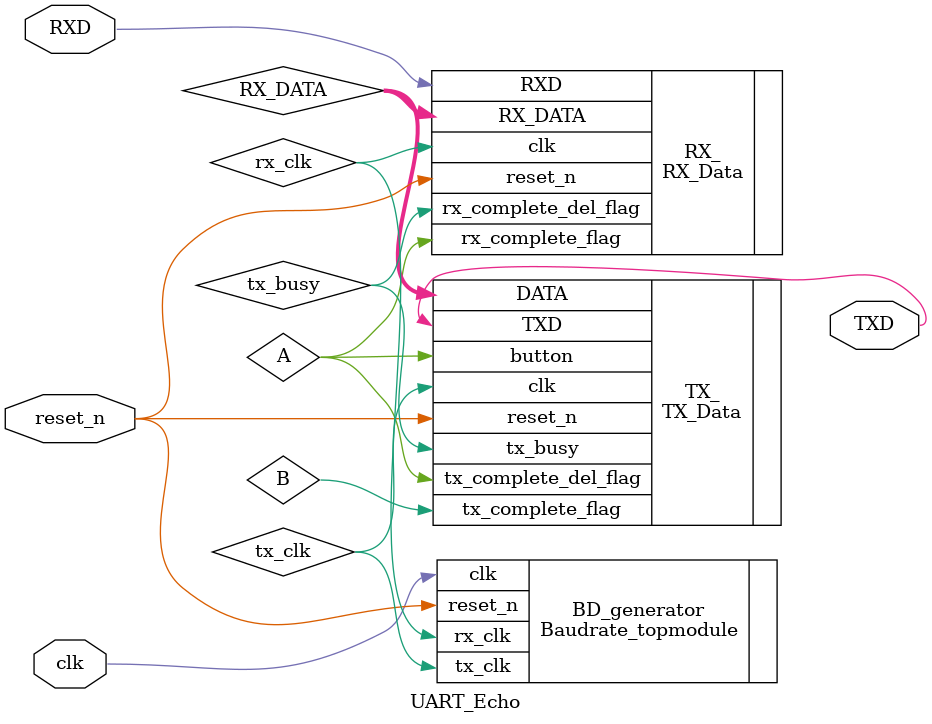
<source format=v>
`timescale 1ns / 1ps
module UART_Echo(
		input wire clk,
		input wire reset_n,
		input wire RXD,
		//input wire button,
		
		output wire TXD
		
    );

wire tx_clk;
wire rx_clk;

//wire rx_complete_del_flag;
wire [7:0] RX_DATA;
//wire rx_complete_flag;

wire A;//rx_complete_flag
wire B;
wire tx_busy;

Baudrate_topmodule BD_generator(
     .clk(clk),
	  .reset_n(reset_n),
     .rx_clk(rx_clk),
     .tx_clk(tx_clk)
    );
	
RX_Data RX_ (
		.reset_n(reset_n), 
		.clk(rx_clk), 
		.RXD(RXD), 
		.rx_complete_del_flag(tx_busy), 
		.RX_DATA(RX_DATA), 
		.rx_complete_flag(A)
	);	

//wire start;
//assign start=1'b1;

TX_Data TX_ (
		.reset_n(reset_n), 
		.clk(tx_clk), 
		.DATA(RX_DATA), 
		.tx_complete_del_flag(A), 
		.button(A),///// 
		.TXD(TXD), 
		.tx_busy(tx_busy), 
		.tx_complete_flag(B)
	);
	
	
endmodule
</source>
